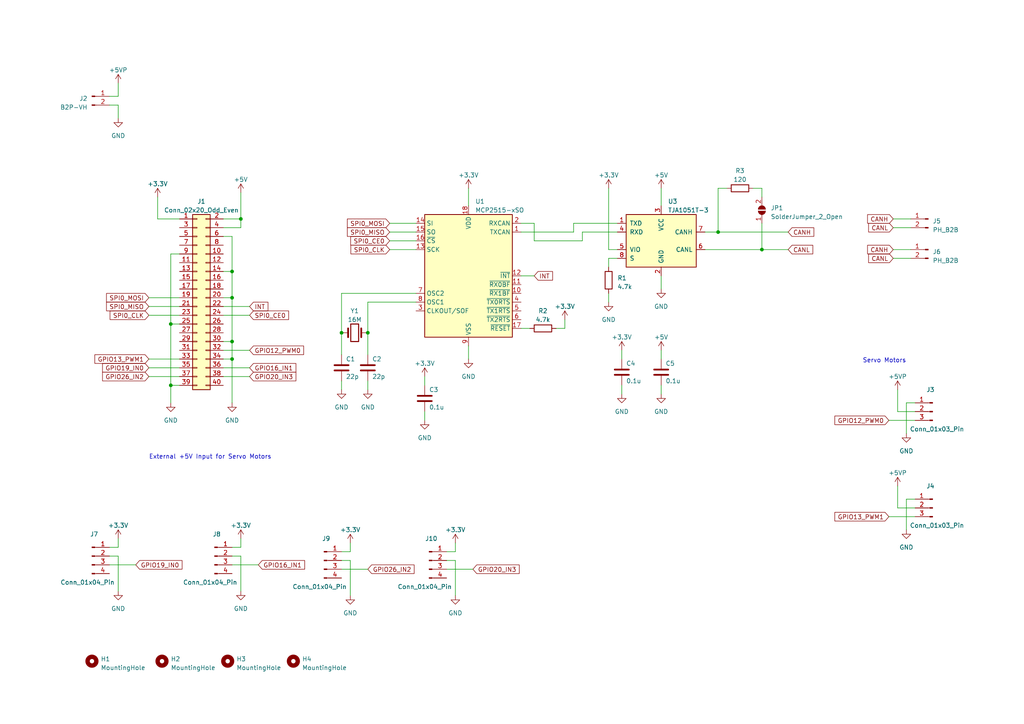
<source format=kicad_sch>
(kicad_sch (version 20230121) (generator eeschema)
  (paper "A4")
  (lib_symbols
    (symbol "Connector:Conn_01x02_Pin" (pin_names (offset 1.016) hide)
      (property "Reference" "J" (at 0 2.54 0))
      (property "Value" "Conn_01x02_Pin" (at 0 -5.08 0))
      (symbol "Conn_01x02_Pin_1_1"
        (polyline (pts (xy 1.27 -2.54) (xy 0.8636 -2.54)) (stroke (width 0.1524)))
        (polyline (pts (xy 1.27 0) (xy 0.8636 0)) (stroke (width 0.1524)))
        (rectangle (start 0.8636 -2.413) (end 0 -2.667) (stroke (width 0.1524)) (fill (type outline)))
        (rectangle (start 0.8636 0.127) (end 0 -0.127) (stroke (width 0.1524)) (fill (type outline)))
        (pin passive line (at 5.08 0 180) (length 3.81) (name "Pin_1") (number "1"))
        (pin passive line (at 5.08 -2.54 180) (length 3.81) (name "Pin_2") (number "2"))
      )
    )
    (symbol "Connector:Conn_01x03_Pin" (pin_names (offset 1.016) hide)
      (property "Reference" "J" (at 0 5.08 0))
      (property "Value" "Conn_01x03_Pin" (at 0 -5.08 0))
      (symbol "Conn_01x03_Pin_1_1"
        (polyline (pts (xy 1.27 -2.54) (xy 0.8636 -2.54)) (stroke (width 0.1524)))
        (polyline (pts (xy 1.27 0) (xy 0.8636 0)) (stroke (width 0.1524)))
        (polyline (pts (xy 1.27 2.54) (xy 0.8636 2.54)) (stroke (width 0.1524)))
        (rectangle (start 0.8636 -2.413) (end 0 -2.667) (stroke (width 0.1524)) (fill (type outline)))
        (rectangle (start 0.8636 0.127) (end 0 -0.127) (stroke (width 0.1524)) (fill (type outline)))
        (rectangle (start 0.8636 2.667) (end 0 2.413) (stroke (width 0.1524)) (fill (type outline)))
        (pin passive line (at 5.08 2.54 180) (length 3.81) (name "Pin_1") (number "1"))
        (pin passive line (at 5.08 0 180) (length 3.81) (name "Pin_2") (number "2"))
        (pin passive line (at 5.08 -2.54 180) (length 3.81) (name "Pin_3") (number "3"))
      )
    )
    (symbol "Connector:Conn_01x04_Pin" (pin_names (offset 1.016) hide)
      (property "Reference" "J" (at 0 5.08 0))
      (property "Value" "Conn_01x04_Pin" (at 0 -7.62 0))
      (symbol "Conn_01x04_Pin_1_1"
        (polyline (pts (xy 1.27 -5.08) (xy 0.8636 -5.08)) (stroke (width 0.1524)))
        (polyline (pts (xy 1.27 -2.54) (xy 0.8636 -2.54)) (stroke (width 0.1524)))
        (polyline (pts (xy 1.27 0) (xy 0.8636 0)) (stroke (width 0.1524)))
        (polyline (pts (xy 1.27 2.54) (xy 0.8636 2.54)) (stroke (width 0.1524)))
        (rectangle (start 0.8636 -4.953) (end 0 -5.207) (stroke (width 0.1524)) (fill (type outline)))
        (rectangle (start 0.8636 -2.413) (end 0 -2.667) (stroke (width 0.1524)) (fill (type outline)))
        (rectangle (start 0.8636 0.127) (end 0 -0.127) (stroke (width 0.1524)) (fill (type outline)))
        (rectangle (start 0.8636 2.667) (end 0 2.413) (stroke (width 0.1524)) (fill (type outline)))
        (pin passive line (at 5.08 2.54 180) (length 3.81) (name "Pin_1") (number "1"))
        (pin passive line (at 5.08 0 180) (length 3.81) (name "Pin_2") (number "2"))
        (pin passive line (at 5.08 -2.54 180) (length 3.81) (name "Pin_3") (number "3"))
        (pin passive line (at 5.08 -5.08 180) (length 3.81) (name "Pin_4") (number "4"))
      )
    )
    (symbol "Connector_Generic:Conn_02x20_Odd_Even" (pin_names (offset 1.016) hide)
      (property "Reference" "J" (at 1.27 25.4 0))
      (property "Value" "Conn_02x20_Odd_Even" (at 1.27 -27.94 0))
      (symbol "Conn_02x20_Odd_Even_1_1"
        (rectangle (start -1.27 -25.273) (end 0 -25.527) (stroke (width 0.1524)))
        (rectangle (start -1.27 -22.733) (end 0 -22.987) (stroke (width 0.1524)))
        (rectangle (start -1.27 -20.193) (end 0 -20.447) (stroke (width 0.1524)))
        (rectangle (start -1.27 -17.653) (end 0 -17.907) (stroke (width 0.1524)))
        (rectangle (start -1.27 -15.113) (end 0 -15.367) (stroke (width 0.1524)))
        (rectangle (start -1.27 -12.573) (end 0 -12.827) (stroke (width 0.1524)))
        (rectangle (start -1.27 -10.033) (end 0 -10.287) (stroke (width 0.1524)))
        (rectangle (start -1.27 -7.493) (end 0 -7.747) (stroke (width 0.1524)))
        (rectangle (start -1.27 -4.953) (end 0 -5.207) (stroke (width 0.1524)))
        (rectangle (start -1.27 -2.413) (end 0 -2.667) (stroke (width 0.1524)))
        (rectangle (start -1.27 0.127) (end 0 -0.127) (stroke (width 0.1524)))
        (rectangle (start -1.27 2.667) (end 0 2.413) (stroke (width 0.1524)))
        (rectangle (start -1.27 5.207) (end 0 4.953) (stroke (width 0.1524)))
        (rectangle (start -1.27 7.747) (end 0 7.493) (stroke (width 0.1524)))
        (rectangle (start -1.27 10.287) (end 0 10.033) (stroke (width 0.1524)))
        (rectangle (start -1.27 12.827) (end 0 12.573) (stroke (width 0.1524)))
        (rectangle (start -1.27 15.367) (end 0 15.113) (stroke (width 0.1524)))
        (rectangle (start -1.27 17.907) (end 0 17.653) (stroke (width 0.1524)))
        (rectangle (start -1.27 20.447) (end 0 20.193) (stroke (width 0.1524)))
        (rectangle (start -1.27 22.987) (end 0 22.733) (stroke (width 0.1524)))
        (rectangle (start -1.27 24.13) (end 3.81 -26.67) (stroke (width 0.254)) (fill (type background)))
        (rectangle (start 3.81 -25.273) (end 2.54 -25.527) (stroke (width 0.1524)))
        (rectangle (start 3.81 -22.733) (end 2.54 -22.987) (stroke (width 0.1524)))
        (rectangle (start 3.81 -20.193) (end 2.54 -20.447) (stroke (width 0.1524)))
        (rectangle (start 3.81 -17.653) (end 2.54 -17.907) (stroke (width 0.1524)))
        (rectangle (start 3.81 -15.113) (end 2.54 -15.367) (stroke (width 0.1524)))
        (rectangle (start 3.81 -12.573) (end 2.54 -12.827) (stroke (width 0.1524)))
        (rectangle (start 3.81 -10.033) (end 2.54 -10.287) (stroke (width 0.1524)))
        (rectangle (start 3.81 -7.493) (end 2.54 -7.747) (stroke (width 0.1524)))
        (rectangle (start 3.81 -4.953) (end 2.54 -5.207) (stroke (width 0.1524)))
        (rectangle (start 3.81 -2.413) (end 2.54 -2.667) (stroke (width 0.1524)))
        (rectangle (start 3.81 0.127) (end 2.54 -0.127) (stroke (width 0.1524)))
        (rectangle (start 3.81 2.667) (end 2.54 2.413) (stroke (width 0.1524)))
        (rectangle (start 3.81 5.207) (end 2.54 4.953) (stroke (width 0.1524)))
        (rectangle (start 3.81 7.747) (end 2.54 7.493) (stroke (width 0.1524)))
        (rectangle (start 3.81 10.287) (end 2.54 10.033) (stroke (width 0.1524)))
        (rectangle (start 3.81 12.827) (end 2.54 12.573) (stroke (width 0.1524)))
        (rectangle (start 3.81 15.367) (end 2.54 15.113) (stroke (width 0.1524)))
        (rectangle (start 3.81 17.907) (end 2.54 17.653) (stroke (width 0.1524)))
        (rectangle (start 3.81 20.447) (end 2.54 20.193) (stroke (width 0.1524)))
        (rectangle (start 3.81 22.987) (end 2.54 22.733) (stroke (width 0.1524)))
        (pin passive line (at -5.08 22.86 0) (length 3.81) (name "Pin_1") (number "1"))
        (pin passive line (at 7.62 12.7 180) (length 3.81) (name "Pin_10") (number "10"))
        (pin passive line (at -5.08 10.16 0) (length 3.81) (name "Pin_11") (number "11"))
        (pin passive line (at 7.62 10.16 180) (length 3.81) (name "Pin_12") (number "12"))
        (pin passive line (at -5.08 7.62 0) (length 3.81) (name "Pin_13") (number "13"))
        (pin passive line (at 7.62 7.62 180) (length 3.81) (name "Pin_14") (number "14"))
        (pin passive line (at -5.08 5.08 0) (length 3.81) (name "Pin_15") (number "15"))
        (pin passive line (at 7.62 5.08 180) (length 3.81) (name "Pin_16") (number "16"))
        (pin passive line (at -5.08 2.54 0) (length 3.81) (name "Pin_17") (number "17"))
        (pin passive line (at 7.62 2.54 180) (length 3.81) (name "Pin_18") (number "18"))
        (pin passive line (at -5.08 0 0) (length 3.81) (name "Pin_19") (number "19"))
        (pin passive line (at 7.62 22.86 180) (length 3.81) (name "Pin_2") (number "2"))
        (pin passive line (at 7.62 0 180) (length 3.81) (name "Pin_20") (number "20"))
        (pin passive line (at -5.08 -2.54 0) (length 3.81) (name "Pin_21") (number "21"))
        (pin passive line (at 7.62 -2.54 180) (length 3.81) (name "Pin_22") (number "22"))
        (pin passive line (at -5.08 -5.08 0) (length 3.81) (name "Pin_23") (number "23"))
        (pin passive line (at 7.62 -5.08 180) (length 3.81) (name "Pin_24") (number "24"))
        (pin passive line (at -5.08 -7.62 0) (length 3.81) (name "Pin_25") (number "25"))
        (pin passive line (at 7.62 -7.62 180) (length 3.81) (name "Pin_26") (number "26"))
        (pin passive line (at -5.08 -10.16 0) (length 3.81) (name "Pin_27") (number "27"))
        (pin passive line (at 7.62 -10.16 180) (length 3.81) (name "Pin_28") (number "28"))
        (pin passive line (at -5.08 -12.7 0) (length 3.81) (name "Pin_29") (number "29"))
        (pin passive line (at -5.08 20.32 0) (length 3.81) (name "Pin_3") (number "3"))
        (pin passive line (at 7.62 -12.7 180) (length 3.81) (name "Pin_30") (number "30"))
        (pin passive line (at -5.08 -15.24 0) (length 3.81) (name "Pin_31") (number "31"))
        (pin passive line (at 7.62 -15.24 180) (length 3.81) (name "Pin_32") (number "32"))
        (pin passive line (at -5.08 -17.78 0) (length 3.81) (name "Pin_33") (number "33"))
        (pin passive line (at 7.62 -17.78 180) (length 3.81) (name "Pin_34") (number "34"))
        (pin passive line (at -5.08 -20.32 0) (length 3.81) (name "Pin_35") (number "35"))
        (pin passive line (at 7.62 -20.32 180) (length 3.81) (name "Pin_36") (number "36"))
        (pin passive line (at -5.08 -22.86 0) (length 3.81) (name "Pin_37") (number "37"))
        (pin passive line (at 7.62 -22.86 180) (length 3.81) (name "Pin_38") (number "38"))
        (pin passive line (at -5.08 -25.4 0) (length 3.81) (name "Pin_39") (number "39"))
        (pin passive line (at 7.62 20.32 180) (length 3.81) (name "Pin_4") (number "4"))
        (pin passive line (at 7.62 -25.4 180) (length 3.81) (name "Pin_40") (number "40"))
        (pin passive line (at -5.08 17.78 0) (length 3.81) (name "Pin_5") (number "5"))
        (pin passive line (at 7.62 17.78 180) (length 3.81) (name "Pin_6") (number "6"))
        (pin passive line (at -5.08 15.24 0) (length 3.81) (name "Pin_7") (number "7"))
        (pin passive line (at 7.62 15.24 180) (length 3.81) (name "Pin_8") (number "8"))
        (pin passive line (at -5.08 12.7 0) (length 3.81) (name "Pin_9") (number "9"))
      )
    )
    (symbol "Device:C" (pin_numbers hide) (pin_names (offset 0.254))
      (property "Reference" "C" (at 0.635 2.54 0))
      (property "Value" "C" (at 0.635 -2.54 0))
      (symbol "C_0_1"
        (polyline (pts (xy -2.032 -0.762) (xy 2.032 -0.762)) (stroke (width 0.508)))
        (polyline (pts (xy -2.032 0.762) (xy 2.032 0.762)) (stroke (width 0.508)))
      )
      (symbol "C_1_1"
        (pin passive line (at 0 3.81 270) (length 2.794) (name "~") (number "1"))
        (pin passive line (at 0 -3.81 90) (length 2.794) (name "~") (number "2"))
      )
    )
    (symbol "Device:Crystal" (pin_numbers hide) (pin_names (offset 1.016) hide)
      (property "Reference" "Y" (at 0 3.81 0))
      (property "Value" "Crystal" (at 0 -3.81 0))
      (symbol "Crystal_0_1"
        (rectangle (start -1.143 2.54) (end 1.143 -2.54) (stroke (width 0.3048)))
        (polyline (pts (xy -2.54 0) (xy -1.905 0)))
        (polyline (pts (xy -1.905 -1.27) (xy -1.905 1.27)) (stroke (width 0.508)))
        (polyline (pts (xy 1.905 -1.27) (xy 1.905 1.27)) (stroke (width 0.508)))
        (polyline (pts (xy 2.54 0) (xy 1.905 0)))
      )
      (symbol "Crystal_1_1"
        (pin passive line (at -3.81 0 0) (length 1.27) (name "1") (number "1"))
        (pin passive line (at 3.81 0 180) (length 1.27) (name "2") (number "2"))
      )
    )
    (symbol "Device:R" (pin_numbers hide) (pin_names (offset 0))
      (property "Reference" "R" (at 2.032 0 90))
      (property "Value" "R" (at 0 0 90))
      (symbol "R_0_1"
        (rectangle (start -1.016 -2.54) (end 1.016 2.54) (stroke (width 0.254)))
      )
      (symbol "R_1_1"
        (pin passive line (at 0 3.81 270) (length 1.27) (name "~") (number "1"))
        (pin passive line (at 0 -3.81 90) (length 1.27) (name "~") (number "2"))
      )
    )
    (symbol "Interface_CAN_LIN:MCP2515-xSO"
      (property "Reference" "U" (at -10.16 19.685 0))
      (property "Value" "MCP2515-xSO" (at 19.05 20.32 0))
      (symbol "MCP2515-xSO_0_1"
        (rectangle (start -12.7 17.78) (end 12.7 -17.78) (stroke (width 0.254)) (fill (type background)))
      )
      (symbol "MCP2515-xSO_1_1"
        (pin output line (at 15.24 12.7 180) (length 2.54) (name "TXCAN") (number "1"))
        (pin output line (at 15.24 -5.08 180) (length 2.54) (name "~{RX1BF}") (number "10"))
        (pin output line (at 15.24 -2.54 180) (length 2.54) (name "~{RX0BF}") (number "11"))
        (pin output line (at 15.24 0 180) (length 2.54) (name "~{INT}") (number "12"))
        (pin input line (at -15.24 7.62 0) (length 2.54) (name "SCK") (number "13"))
        (pin input line (at -15.24 15.24 0) (length 2.54) (name "SI") (number "14"))
        (pin output line (at -15.24 12.7 0) (length 2.54) (name "SO") (number "15"))
        (pin input line (at -15.24 10.16 0) (length 2.54) (name "~{CS}") (number "16"))
        (pin input line (at 15.24 -15.24 180) (length 2.54) (name "~{RESET}") (number "17"))
        (pin power_in line (at 0 20.32 270) (length 2.54) (name "VDD") (number "18"))
        (pin input line (at 15.24 15.24 180) (length 2.54) (name "RXCAN") (number "2"))
        (pin output line (at -15.24 -10.16 0) (length 2.54) (name "CLKOUT/SOF") (number "3"))
        (pin input line (at 15.24 -7.62 180) (length 2.54) (name "~{TX0RTS}") (number "4"))
        (pin input line (at 15.24 -10.16 180) (length 2.54) (name "~{TX1RTS}") (number "5"))
        (pin input line (at 15.24 -12.7 180) (length 2.54) (name "~{TX2RTS}") (number "6"))
        (pin output line (at -15.24 -5.08 0) (length 2.54) (name "OSC2") (number "7"))
        (pin input line (at -15.24 -7.62 0) (length 2.54) (name "OSC1") (number "8"))
        (pin power_in line (at 0 -20.32 90) (length 2.54) (name "VSS") (number "9"))
      )
    )
    (symbol "Interface_CAN_LIN:TJA1051T-3" (pin_names (offset 1.016))
      (property "Reference" "U" (at -10.16 8.89 0))
      (property "Value" "TJA1051T-3" (at 1.27 8.89 0))
      (symbol "TJA1051T-3_0_1"
        (rectangle (start -10.16 7.62) (end 10.16 -7.62) (stroke (width 0.254)) (fill (type background)))
      )
      (symbol "TJA1051T-3_1_1"
        (pin input line (at -12.7 5.08 0) (length 2.54) (name "TXD") (number "1"))
        (pin power_in line (at 0 -10.16 90) (length 2.54) (name "GND") (number "2"))
        (pin power_in line (at 0 10.16 270) (length 2.54) (name "VCC") (number "3"))
        (pin output line (at -12.7 2.54 0) (length 2.54) (name "RXD") (number "4"))
        (pin power_in line (at -12.7 -2.54 0) (length 2.54) (name "VIO") (number "5"))
        (pin bidirectional line (at 12.7 -2.54 180) (length 2.54) (name "CANL") (number "6"))
        (pin bidirectional line (at 12.7 2.54 180) (length 2.54) (name "CANH") (number "7"))
        (pin input line (at -12.7 -5.08 0) (length 2.54) (name "S") (number "8"))
      )
    )
    (symbol "Jumper:SolderJumper_2_Open" (pin_names (offset 0) hide)
      (property "Reference" "JP" (at 0 2.032 0))
      (property "Value" "SolderJumper_2_Open" (at 0 -2.54 0))
      (symbol "SolderJumper_2_Open_0_1"
        (arc (start -0.254 1.016) (mid -1.2656 0) (end -0.254 -1.016))
        (arc (start -0.254 1.016) (mid -1.2656 0) (end -0.254 -1.016) (fill (type outline)))
        (polyline (pts (xy -0.254 1.016) (xy -0.254 -1.016)))
        (polyline (pts (xy 0.254 1.016) (xy 0.254 -1.016)))
        (arc (start 0.254 -1.016) (mid 1.2656 0) (end 0.254 1.016))
        (arc (start 0.254 -1.016) (mid 1.2656 0) (end 0.254 1.016) (fill (type outline)))
      )
      (symbol "SolderJumper_2_Open_1_1"
        (pin passive line (at -3.81 0 0) (length 2.54) (name "A") (number "1"))
        (pin passive line (at 3.81 0 180) (length 2.54) (name "B") (number "2"))
      )
    )
    (symbol "Mechanical:MountingHole" (pin_names (offset 1.016))
      (property "Reference" "H" (at 0 5.08 0))
      (property "Value" "MountingHole" (at 0 3.175 0))
      (symbol "MountingHole_0_1"
        (circle (center 0 0) (radius 1.27) (stroke (width 1.27)))
      )
    )
    (symbol "power:+3.3V" (power) (pin_names (offset 0))
      (property "Value" "+3.3V" (at 0 3.556 0))
      (symbol "+3.3V_0_1"
        (polyline (pts (xy -0.762 1.27) (xy 0 2.54)))
        (polyline (pts (xy 0 0) (xy 0 2.54)))
        (polyline (pts (xy 0 2.54) (xy 0.762 1.27)))
      )
      (symbol "+3.3V_1_1"
        (pin power_in line (at 0 0 90) (length 0) hide (name "+3.3V") (number "1"))
      )
    )
    (symbol "power:+5V" (power) (pin_names (offset 0))
      (property "Value" "+5V" (at 0 3.556 0))
      (symbol "+5V_0_1"
        (polyline (pts (xy -0.762 1.27) (xy 0 2.54)))
        (polyline (pts (xy 0 0) (xy 0 2.54)))
        (polyline (pts (xy 0 2.54) (xy 0.762 1.27)))
      )
      (symbol "+5V_1_1"
        (pin power_in line (at 0 0 90) (length 0) hide (name "+5V") (number "1"))
      )
    )
    (symbol "power:+5VP" (power) (pin_names (offset 0))
      (property "Value" "+5VP" (at 0 3.556 0))
      (symbol "+5VP_0_1"
        (polyline (pts (xy -0.762 1.27) (xy 0 2.54)))
        (polyline (pts (xy 0 0) (xy 0 2.54)))
        (polyline (pts (xy 0 2.54) (xy 0.762 1.27)))
      )
      (symbol "+5VP_1_1"
        (pin power_in line (at 0 0 90) (length 0) hide (name "+5VP") (number "1"))
      )
    )
    (symbol "power:GND" (power) (pin_names (offset 0))
      (property "Value" "GND" (at 0 -3.81 0))
      (symbol "GND_0_1"
        (polyline (pts (xy 0 0) (xy 0 -1.27) (xy 1.27 -1.27) (xy 0 -2.54) (xy -1.27 -1.27) (xy 0 -1.27)))
      )
      (symbol "GND_1_1"
        (pin power_in line (at 0 0 270) (length 0) hide (name "GND") (number "1"))
      )
    )
  )
  (junction (at 67.31 86.36))
  (junction (at 67.31 78.74))
  (junction (at 69.85 63.5))
  (junction (at 49.53 111.76))
  (junction (at 67.31 99.06))
  (junction (at 208.28 67.31))
  (junction (at 67.31 104.14))
  (junction (at 49.53 93.98))
  (junction (at 99.06 96.52))
  (junction (at 106.68 96.52))
  (junction (at 220.98 72.39))
  (wire (pts (xy 151.13 95.25) (xy 153.67 95.25)))
  (wire (pts (xy 208.28 67.31) (xy 204.47 67.31)))
  (wire (pts (xy 43.18 88.9) (xy 52.07 88.9)))
  (wire (pts (xy 123.19 109.22) (xy 123.19 111.76)))
  (wire (pts (xy 31.75 30.48) (xy 34.29 30.48)))
  (wire (pts (xy 163.83 92.71) (xy 163.83 95.25)))
  (wire (pts (xy 135.89 100.33) (xy 135.89 104.14)))
  (wire (pts (xy 191.77 54.61) (xy 191.77 59.69)))
  (wire (pts (xy 101.6 157.48) (xy 101.6 160.02)))
  (wire (pts (xy 265.43 116.84) (xy 262.89 116.84)))
  (wire (pts (xy 99.06 162.56) (xy 101.6 162.56)))
  (wire (pts (xy 106.68 110.49) (xy 106.68 113.03)))
  (wire (pts (xy 132.08 162.56) (xy 132.08 172.72)))
  (wire (pts (xy 106.68 87.63) (xy 120.65 87.63)))
  (wire (pts (xy 166.37 67.31) (xy 151.13 67.31)))
  (wire (pts (xy 191.77 111.76) (xy 191.77 114.3)))
  (wire (pts (xy 43.18 104.14) (xy 52.07 104.14)))
  (wire (pts (xy 179.07 64.77) (xy 166.37 64.77)))
  (wire (pts (xy 259.08 63.5) (xy 264.16 63.5)))
  (wire (pts (xy 67.31 104.14) (xy 67.31 116.84)))
  (wire (pts (xy 67.31 68.58) (xy 67.31 78.74)))
  (wire (pts (xy 259.08 66.04) (xy 264.16 66.04)))
  (wire (pts (xy 179.07 74.93) (xy 176.53 74.93)))
  (wire (pts (xy 64.77 68.58) (xy 67.31 68.58)))
  (wire (pts (xy 64.77 86.36) (xy 67.31 86.36)))
  (wire (pts (xy 208.28 54.61) (xy 208.28 67.31)))
  (wire (pts (xy 218.44 54.61) (xy 220.98 54.61)))
  (wire (pts (xy 67.31 86.36) (xy 67.31 99.06)))
  (wire (pts (xy 259.08 72.39) (xy 264.16 72.39)))
  (wire (pts (xy 34.29 30.48) (xy 34.29 34.29)))
  (wire (pts (xy 69.85 63.5) (xy 64.77 63.5)))
  (wire (pts (xy 135.89 54.61) (xy 135.89 59.69)))
  (wire (pts (xy 69.85 55.88) (xy 69.85 63.5)))
  (wire (pts (xy 176.53 74.93) (xy 176.53 77.47)))
  (wire (pts (xy 154.94 64.77) (xy 154.94 69.85)))
  (wire (pts (xy 99.06 96.52) (xy 99.06 102.87)))
  (wire (pts (xy 43.18 91.44) (xy 52.07 91.44)))
  (wire (pts (xy 31.75 27.94) (xy 34.29 27.94)))
  (wire (pts (xy 49.53 73.66) (xy 49.53 93.98)))
  (wire (pts (xy 64.77 106.68) (xy 72.39 106.68)))
  (wire (pts (xy 262.89 116.84) (xy 262.89 125.73)))
  (wire (pts (xy 31.75 161.29) (xy 34.29 161.29)))
  (wire (pts (xy 257.81 149.86) (xy 265.43 149.86)))
  (wire (pts (xy 191.77 80.01) (xy 191.77 83.82)))
  (wire (pts (xy 64.77 101.6) (xy 72.39 101.6)))
  (wire (pts (xy 34.29 158.75) (xy 31.75 158.75)))
  (wire (pts (xy 180.34 101.6) (xy 180.34 104.14)))
  (wire (pts (xy 34.29 24.13) (xy 34.29 27.94)))
  (wire (pts (xy 260.35 113.03) (xy 260.35 119.38)))
  (wire (pts (xy 259.08 74.93) (xy 264.16 74.93)))
  (wire (pts (xy 129.54 162.56) (xy 132.08 162.56)))
  (wire (pts (xy 168.91 69.85) (xy 168.91 67.31)))
  (wire (pts (xy 34.29 161.29) (xy 34.29 171.45)))
  (wire (pts (xy 257.81 121.92) (xy 265.43 121.92)))
  (wire (pts (xy 64.77 88.9) (xy 72.39 88.9)))
  (wire (pts (xy 69.85 158.75) (xy 67.31 158.75)))
  (wire (pts (xy 151.13 80.01) (xy 154.94 80.01)))
  (wire (pts (xy 176.53 85.09) (xy 176.53 87.63)))
  (wire (pts (xy 106.68 96.52) (xy 106.68 102.87)))
  (wire (pts (xy 99.06 165.1) (xy 106.68 165.1)))
  (wire (pts (xy 191.77 101.6) (xy 191.77 104.14)))
  (wire (pts (xy 262.89 144.78) (xy 262.89 153.67)))
  (wire (pts (xy 151.13 64.77) (xy 154.94 64.77)))
  (wire (pts (xy 49.53 93.98) (xy 52.07 93.98)))
  (wire (pts (xy 132.08 157.48) (xy 132.08 160.02)))
  (wire (pts (xy 154.94 69.85) (xy 168.91 69.85)))
  (wire (pts (xy 64.77 91.44) (xy 72.39 91.44)))
  (wire (pts (xy 132.08 160.02) (xy 129.54 160.02)))
  (wire (pts (xy 106.68 96.52) (xy 106.68 87.63)))
  (wire (pts (xy 99.06 85.09) (xy 99.06 96.52)))
  (wire (pts (xy 69.85 63.5) (xy 69.85 66.04)))
  (wire (pts (xy 265.43 144.78) (xy 262.89 144.78)))
  (wire (pts (xy 101.6 162.56) (xy 101.6 172.72)))
  (wire (pts (xy 34.29 156.21) (xy 34.29 158.75)))
  (wire (pts (xy 43.18 106.68) (xy 52.07 106.68)))
  (wire (pts (xy 123.19 119.38) (xy 123.19 121.92)))
  (wire (pts (xy 69.85 161.29) (xy 69.85 171.45)))
  (wire (pts (xy 129.54 165.1) (xy 137.16 165.1)))
  (wire (pts (xy 113.03 67.31) (xy 120.65 67.31)))
  (wire (pts (xy 64.77 109.22) (xy 72.39 109.22)))
  (wire (pts (xy 101.6 160.02) (xy 99.06 160.02)))
  (wire (pts (xy 176.53 54.61) (xy 176.53 72.39)))
  (wire (pts (xy 204.47 72.39) (xy 220.98 72.39)))
  (wire (pts (xy 64.77 104.14) (xy 67.31 104.14)))
  (wire (pts (xy 220.98 64.77) (xy 220.98 72.39)))
  (wire (pts (xy 67.31 161.29) (xy 69.85 161.29)))
  (wire (pts (xy 67.31 163.83) (xy 74.93 163.83)))
  (wire (pts (xy 265.43 147.32) (xy 260.35 147.32)))
  (wire (pts (xy 52.07 73.66) (xy 49.53 73.66)))
  (wire (pts (xy 163.83 95.25) (xy 161.29 95.25)))
  (wire (pts (xy 120.65 85.09) (xy 99.06 85.09)))
  (wire (pts (xy 43.18 86.36) (xy 52.07 86.36)))
  (wire (pts (xy 69.85 156.21) (xy 69.85 158.75)))
  (wire (pts (xy 49.53 111.76) (xy 52.07 111.76)))
  (wire (pts (xy 260.35 140.97) (xy 260.35 147.32)))
  (wire (pts (xy 180.34 111.76) (xy 180.34 114.3)))
  (wire (pts (xy 220.98 54.61) (xy 220.98 57.15)))
  (wire (pts (xy 210.82 54.61) (xy 208.28 54.61)))
  (wire (pts (xy 67.31 78.74) (xy 67.31 86.36)))
  (wire (pts (xy 168.91 67.31) (xy 179.07 67.31)))
  (wire (pts (xy 208.28 67.31) (xy 228.6 67.31)))
  (wire (pts (xy 99.06 110.49) (xy 99.06 113.03)))
  (wire (pts (xy 166.37 64.77) (xy 166.37 67.31)))
  (wire (pts (xy 265.43 119.38) (xy 260.35 119.38)))
  (wire (pts (xy 49.53 93.98) (xy 49.53 111.76)))
  (wire (pts (xy 43.18 109.22) (xy 52.07 109.22)))
  (wire (pts (xy 120.65 69.85) (xy 113.03 69.85)))
  (wire (pts (xy 220.98 72.39) (xy 228.6 72.39)))
  (wire (pts (xy 179.07 72.39) (xy 176.53 72.39)))
  (wire (pts (xy 67.31 99.06) (xy 67.31 104.14)))
  (wire (pts (xy 49.53 111.76) (xy 49.53 116.84)))
  (wire (pts (xy 113.03 64.77) (xy 120.65 64.77)))
  (wire (pts (xy 45.72 63.5) (xy 52.07 63.5)))
  (wire (pts (xy 64.77 78.74) (xy 67.31 78.74)))
  (wire (pts (xy 69.85 66.04) (xy 64.77 66.04)))
  (wire (pts (xy 64.77 99.06) (xy 67.31 99.06)))
  (wire (pts (xy 45.72 57.15) (xy 45.72 63.5)))
  (wire (pts (xy 31.75 163.83) (xy 39.37 163.83)))
  (wire (pts (xy 113.03 72.39) (xy 120.65 72.39)))
  (text "Servo Motors" (at 250.19 105.41 0) (effects (font (size 1.27 1.27)) (justify left bottom)))
  (text "External +5V Input for Servo Motors" (at 43.18 133.35 0) (effects (font (size 1.27 1.27)) (justify left bottom)))
  (global_label "GPIO20_IN3" (shape input) (at 72.39 109.22 0) (property "Intersheetrefs" "${INTERSHEET_REFS}" (effects hide)))
  (global_label "CANH" (shape input) (at 228.6 67.31 0) (property "Intersheetrefs" "${INTERSHEET_REFS}" (effects hide)))
  (global_label "GPIO26_IN2" (shape input) (at 43.18 109.22 180) (property "Intersheetrefs" "${INTERSHEET_REFS}" (effects hide)))
  (global_label "SPI0_MOSI" (shape input) (at 43.18 86.36 180) (property "Intersheetrefs" "${INTERSHEET_REFS}" (effects hide)))
  (global_label "CANH" (shape input) (at 259.08 72.39 180) (property "Intersheetrefs" "${INTERSHEET_REFS}" (effects hide)))
  (global_label "SPI0_CE0" (shape input) (at 113.03 69.85 180) (property "Intersheetrefs" "${INTERSHEET_REFS}" (effects hide)))
  (global_label "GPIO20_IN3" (shape input) (at 137.16 165.1 0) (property "Intersheetrefs" "${INTERSHEET_REFS}" (effects hide)))
  (global_label "SPI0_CE0" (shape input) (at 72.39 91.44 0) (property "Intersheetrefs" "${INTERSHEET_REFS}" (effects hide)))
  (global_label "GPIO12_PWM0" (shape input) (at 257.81 121.92 180) (property "Intersheetrefs" "${INTERSHEET_REFS}" (effects hide)))
  (global_label "CANH" (shape input) (at 259.08 63.5 180) (property "Intersheetrefs" "${INTERSHEET_REFS}" (effects hide)))
  (global_label "CANL" (shape input) (at 259.08 74.93 180) (property "Intersheetrefs" "${INTERSHEET_REFS}" (effects hide)))
  (global_label "GPIO13_PWM1" (shape input) (at 43.18 104.14 180) (property "Intersheetrefs" "${INTERSHEET_REFS}" (effects hide)))
  (global_label "SPI0_MOSI" (shape input) (at 113.03 64.77 180) (property "Intersheetrefs" "${INTERSHEET_REFS}" (effects hide)))
  (global_label "GPIO26_IN2" (shape input) (at 106.68 165.1 0) (property "Intersheetrefs" "${INTERSHEET_REFS}" (effects hide)))
  (global_label "GPIO13_PWM1" (shape input) (at 257.81 149.86 180) (property "Intersheetrefs" "${INTERSHEET_REFS}" (effects hide)))
  (global_label "GPIO19_IN0" (shape input) (at 39.37 163.83 0) (property "Intersheetrefs" "${INTERSHEET_REFS}" (effects hide)))
  (global_label "INT" (shape input) (at 154.94 80.01 0) (property "Intersheetrefs" "${INTERSHEET_REFS}" (effects hide)))
  (global_label "SPI0_CLK" (shape input) (at 113.03 72.39 180) (property "Intersheetrefs" "${INTERSHEET_REFS}" (effects hide)))
  (global_label "INT" (shape input) (at 72.39 88.9 0) (property "Intersheetrefs" "${INTERSHEET_REFS}" (effects hide)))
  (global_label "SPI0_CLK" (shape input) (at 43.18 91.44 180) (property "Intersheetrefs" "${INTERSHEET_REFS}" (effects hide)))
  (global_label "CANL" (shape input) (at 228.6 72.39 0) (property "Intersheetrefs" "${INTERSHEET_REFS}" (effects hide)))
  (global_label "SPI0_MISO" (shape input) (at 113.03 67.31 180) (property "Intersheetrefs" "${INTERSHEET_REFS}" (effects hide)))
  (global_label "SPI0_MISO" (shape input) (at 43.18 88.9 180) (property "Intersheetrefs" "${INTERSHEET_REFS}" (effects hide)))
  (global_label "CANL" (shape input) (at 259.08 66.04 180) (property "Intersheetrefs" "${INTERSHEET_REFS}" (effects hide)))
  (global_label "GPIO16_IN1" (shape input) (at 74.93 163.83 0) (property "Intersheetrefs" "${INTERSHEET_REFS}" (effects hide)))
  (global_label "GPIO12_PWM0" (shape input) (at 72.39 101.6 0) (property "Intersheetrefs" "${INTERSHEET_REFS}" (effects hide)))
  (global_label "GPIO16_IN1" (shape input) (at 72.39 106.68 0) (property "Intersheetrefs" "${INTERSHEET_REFS}" (effects hide)))
  (global_label "GPIO19_IN0" (shape input) (at 43.18 106.68 180) (property "Intersheetrefs" "${INTERSHEET_REFS}" (effects hide)))
  (symbol (lib_id "Mechanical:MountingHole") (at 46.99 191.77 0) (unit 1)
    (property "Reference" "H2" (at 49.53 191.135 0) (effects (justify left)))
    (property "Value" "MountingHole" (at 49.53 193.675 0) (effects (justify left)))
    (property "Footprint" "MountingHole:MountingHole_3.2mm_M3" (effects hide))
  )
  (symbol (lib_id "power:GND") (at 123.19 121.92 0) (unit 1)
    (property "Reference" "#PWR020" (effects hide))
    (property "Value" "GND" (at 123.19 127 0))
  )
  (symbol (lib_id "Connector:Conn_01x03_Pin") (at 270.51 147.32 0) (mirror y) (unit 1)
    (property "Reference" "J4" (at 269.875 140.97 0))
    (property "Value" "Conn_01x03_Pin" (at 271.78 152.4 0))
    (property "Footprint" "Connector_PinHeader_2.54mm:PinHeader_1x03_P2.54mm_Horizontal" (effects hide))
  )
  (symbol (lib_id "Jumper:SolderJumper_2_Open") (at 220.98 60.96 90) (unit 1)
    (property "Reference" "JP1" (at 223.52 60.325 90) (effects (justify right)))
    (property "Value" "SolderJumper_2_Open" (at 223.52 62.865 90) (effects (justify right)))
    (property "Footprint" "Jumper:SolderJumper-2_P1.3mm_Open_Pad1.0x1.5mm" (effects hide))
  )
  (symbol (lib_id "power:+3.3V") (at 123.19 109.22 0) (unit 1)
    (property "Reference" "#PWR021" (effects hide))
    (property "Value" "+3.3V" (at 123.19 105.41 0))
  )
  (symbol (lib_id "Connector:Conn_01x03_Pin") (at 270.51 119.38 0) (mirror y) (unit 1)
    (property "Reference" "J3" (at 269.875 113.03 0))
    (property "Value" "Conn_01x03_Pin" (at 271.78 124.46 0))
    (property "Footprint" "Connector_PinHeader_2.54mm:PinHeader_1x03_P2.54mm_Horizontal" (effects hide))
  )
  (symbol (lib_id "Connector:Conn_01x04_Pin") (at 26.67 161.29 0) (unit 1)
    (property "Reference" "J7" (at 27.305 154.94 0))
    (property "Value" "Conn_01x04_Pin" (at 25.4 168.91 0))
    (property "Footprint" "Connector_JST:JST_XH_B4B-XH-A_1x04_P2.50mm_Vertical" (effects hide))
  )
  (symbol (lib_id "Device:C") (at 191.77 107.95 0) (unit 1)
    (property "Reference" "C5" (at 193.04 105.41 0) (effects (justify left)))
    (property "Value" "0.1u" (at 193.04 110.49 0) (effects (justify left)))
    (property "Footprint" "Capacitor_SMD:C_0603_1608Metric_Pad1.08x0.95mm_HandSolder" (effects hide))
  )
  (symbol (lib_id "power:GND") (at 101.6 172.72 0) (unit 1)
    (property "Reference" "#PWR031" (effects hide))
    (property "Value" "GND" (at 101.6 177.8 0))
  )
  (symbol (lib_id "power:+5V") (at 191.77 54.61 0) (unit 1)
    (property "Reference" "#PWR06" (effects hide))
    (property "Value" "+5V" (at 191.77 50.8 0))
  )
  (symbol (lib_id "Connector:Conn_01x04_Pin") (at 93.98 162.56 0) (unit 1)
    (property "Reference" "J9" (at 94.615 156.21 0))
    (property "Value" "Conn_01x04_Pin" (at 92.71 170.18 0))
    (property "Footprint" "Connector_JST:JST_XH_B4B-XH-A_1x04_P2.50mm_Vertical" (effects hide))
  )
  (symbol (lib_id "Device:R") (at 176.53 81.28 0) (unit 1)
    (property "Reference" "R1" (at 179.07 80.645 0) (effects (justify left)))
    (property "Value" "4.7k" (at 179.07 83.185 0) (effects (justify left)))
    (property "Footprint" "Resistor_SMD:R_0603_1608Metric_Pad0.98x0.95mm_HandSolder" (effects hide))
  )
  (symbol (lib_id "power:+3.3V") (at 132.08 157.48 0) (unit 1)
    (property "Reference" "#PWR032" (effects hide))
    (property "Value" "+3.3V" (at 132.08 153.67 0))
  )
  (symbol (lib_id "Connector:Conn_01x04_Pin") (at 62.23 161.29 0) (unit 1)
    (property "Reference" "J8" (at 62.865 154.94 0))
    (property "Value" "Conn_01x04_Pin" (at 60.96 168.91 0))
    (property "Footprint" "Connector_JST:JST_XH_B4B-XH-A_1x04_P2.50mm_Vertical" (effects hide))
  )
  (symbol (lib_id "Device:R") (at 157.48 95.25 90) (unit 1)
    (property "Reference" "R2" (at 157.48 90.17 90))
    (property "Value" "4.7k" (at 157.48 92.71 90))
    (property "Footprint" "Resistor_SMD:R_0603_1608Metric_Pad0.98x0.95mm_HandSolder" (effects hide))
  )
  (symbol (lib_id "Interface_CAN_LIN:MCP2515-xSO") (at 135.89 80.01 0) (unit 1)
    (property "Reference" "U1" (at 137.8459 58.42 0) (effects (justify left)))
    (property "Value" "MCP2515-xSO" (at 137.8459 60.96 0) (effects (justify left)))
    (property "Footprint" "Package_SO:SOIC-18W_7.5x11.6mm_P1.27mm" (effects hide))
    (property "Datasheet" "http://ww1.microchip.com/downloads/en/DeviceDoc/21801e.pdf" (effects hide))
  )
  (symbol (lib_id "power:GND") (at 34.29 171.45 0) (unit 1)
    (property "Reference" "#PWR027" (effects hide))
    (property "Value" "GND" (at 34.29 176.53 0))
  )
  (symbol (lib_id "power:GND") (at 67.31 116.84 0) (unit 1)
    (property "Reference" "#PWR01" (effects hide))
    (property "Value" "GND" (at 67.31 121.92 0))
  )
  (symbol (lib_id "power:+3.3V") (at 69.85 156.21 0) (unit 1)
    (property "Reference" "#PWR028" (effects hide))
    (property "Value" "+3.3V" (at 69.85 152.4 0))
  )
  (symbol (lib_id "power:GND") (at 49.53 116.84 0) (unit 1)
    (property "Reference" "#PWR02" (effects hide))
    (property "Value" "GND" (at 49.53 121.92 0))
  )
  (symbol (lib_id "power:GND") (at 176.53 87.63 0) (unit 1)
    (property "Reference" "#PWR013" (effects hide))
    (property "Value" "GND" (at 176.53 92.71 0))
  )
  (symbol (lib_id "power:GND") (at 180.34 114.3 0) (unit 1)
    (property "Reference" "#PWR023" (effects hide))
    (property "Value" "GND" (at 180.34 119.38 0))
  )
  (symbol (lib_id "power:+5VP") (at 34.29 24.13 0) (mirror y) (unit 1)
    (property "Reference" "#PWR012" (effects hide))
    (property "Value" "+5VP" (at 34.29 20.32 0))
  )
  (symbol (lib_id "Mechanical:MountingHole") (at 26.67 191.77 0) (unit 1)
    (property "Reference" "H1" (at 29.21 191.135 0) (effects (justify left)))
    (property "Value" "MountingHole" (at 29.21 193.675 0) (effects (justify left)))
    (property "Footprint" "MountingHole:MountingHole_3.2mm_M3" (effects hide))
  )
  (symbol (lib_id "power:GND") (at 262.89 125.73 0) (unit 1)
    (property "Reference" "#PWR018" (effects hide))
    (property "Value" "GND" (at 262.89 130.81 0))
  )
  (symbol (lib_id "power:+5V") (at 69.85 55.88 0) (unit 1)
    (property "Reference" "#PWR03" (effects hide))
    (property "Value" "+5V" (at 69.85 52.07 0))
  )
  (symbol (lib_id "Device:C") (at 106.68 106.68 0) (unit 1)
    (property "Reference" "C2" (at 107.95 104.14 0) (effects (justify left)))
    (property "Value" "22p" (at 107.95 109.22 0) (effects (justify left)))
    (property "Footprint" "Capacitor_SMD:C_0603_1608Metric_Pad1.08x0.95mm_HandSolder" (effects hide))
  )
  (symbol (lib_id "power:GND") (at 69.85 171.45 0) (unit 1)
    (property "Reference" "#PWR029" (effects hide))
    (property "Value" "GND" (at 69.85 176.53 0))
  )
  (symbol (lib_id "Device:Crystal") (at 102.87 96.52 0) (unit 1)
    (property "Reference" "Y1" (at 102.87 90.17 0))
    (property "Value" "16M" (at 102.87 92.71 0))
    (property "Footprint" "Crystal:Crystal_HC49-U_Vertical" (effects hide))
  )
  (symbol (lib_id "Connector:Conn_01x02_Pin") (at 269.24 72.39 0) (mirror y) (unit 1)
    (property "Reference" "J6" (at 270.51 73.025 0) (effects (justify right)))
    (property "Value" "PH_B2B" (at 270.51 75.565 0) (effects (justify right)))
    (property "Footprint" "Connector_JST:JST_PH_B2B-PH-K_1x02_P2.00mm_Vertical" (effects hide))
  )
  (symbol (lib_id "power:GND") (at 132.08 172.72 0) (unit 1)
    (property "Reference" "#PWR033" (effects hide))
    (property "Value" "GND" (at 132.08 177.8 0))
  )
  (symbol (lib_id "Interface_CAN_LIN:TJA1051T-3") (at 191.77 69.85 0) (unit 1)
    (property "Reference" "U3" (at 193.7259 58.42 0) (effects (justify left)))
    (property "Value" "TJA1051T-3" (at 193.7259 60.96 0) (effects (justify left)))
    (property "Footprint" "Package_SO:SOIC-8_3.9x4.9mm_P1.27mm" (effects hide))
    (property "Datasheet" "http://www.nxp.com/documents/data_sheet/TJA1051.pdf" (effects hide))
  )
  (symbol (lib_id "Connector:Conn_01x04_Pin") (at 124.46 162.56 0) (unit 1)
    (property "Reference" "J10" (at 125.095 156.21 0))
    (property "Value" "Conn_01x04_Pin" (at 123.19 170.18 0))
    (property "Footprint" "Connector_JST:JST_XH_B4B-XH-A_1x04_P2.50mm_Vertical" (effects hide))
  )
  (symbol (lib_id "power:GND") (at 135.89 104.14 0) (unit 1)
    (property "Reference" "#PWR07" (effects hide))
    (property "Value" "GND" (at 135.89 109.22 0))
  )
  (symbol (lib_id "power:+3.3V") (at 45.72 57.15 0) (unit 1)
    (property "Reference" "#PWR04" (effects hide))
    (property "Value" "+3.3V" (at 45.72 53.34 0))
  )
  (symbol (lib_id "power:GND") (at 191.77 114.3 0) (unit 1)
    (property "Reference" "#PWR025" (effects hide))
    (property "Value" "GND" (at 191.77 119.38 0))
  )
  (symbol (lib_id "Mechanical:MountingHole") (at 66.04 191.77 0) (unit 1)
    (property "Reference" "H3" (at 68.58 191.135 0) (effects (justify left)))
    (property "Value" "MountingHole" (at 68.58 193.675 0) (effects (justify left)))
    (property "Footprint" "MountingHole:MountingHole_3.2mm_M3" (effects hide))
  )
  (symbol (lib_id "power:GND") (at 106.68 113.03 0) (unit 1)
    (property "Reference" "#PWR09" (effects hide))
    (property "Value" "GND" (at 106.68 118.11 0))
  )
  (symbol (lib_id "power:GND") (at 34.29 34.29 0) (mirror y) (unit 1)
    (property "Reference" "#PWR011" (effects hide))
    (property "Value" "GND" (at 34.29 39.37 0))
  )
  (symbol (lib_id "power:+5VP") (at 260.35 140.97 0) (unit 1)
    (property "Reference" "#PWR017" (effects hide))
    (property "Value" "+5VP" (at 260.35 137.16 0))
  )
  (symbol (lib_id "Connector_Generic:Conn_02x20_Odd_Even") (at 57.15 86.36 0) (unit 1)
    (property "Reference" "J1" (at 58.42 58.42 0))
    (property "Value" "Conn_02x20_Odd_Even" (at 58.42 60.96 0))
    (property "Footprint" "Connector_PinHeader_2.54mm:PinHeader_2x20_P2.54mm_Vertical" (effects hide))
  )
  (symbol (lib_id "Connector:Conn_01x02_Pin") (at 26.67 27.94 0) (unit 1)
    (property "Reference" "J2" (at 25.4 28.575 0) (effects (justify right)))
    (property "Value" "B2P-VH" (at 25.4 31.115 0) (effects (justify right)))
    (property "Footprint" "Connector_JST:JST_VH_B2P-VH-B_1x02_P3.96mm_Vertical" (effects hide))
  )
  (symbol (lib_id "Device:R") (at 214.63 54.61 90) (unit 1)
    (property "Reference" "R3" (at 214.63 49.53 90))
    (property "Value" "120" (at 214.63 52.07 90))
    (property "Footprint" "Resistor_SMD:R_0603_1608Metric_Pad0.98x0.95mm_HandSolder" (effects hide))
  )
  (symbol (lib_id "power:+3.3V") (at 135.89 54.61 0) (unit 1)
    (property "Reference" "#PWR05" (effects hide))
    (property "Value" "+3.3V" (at 135.89 50.8 0))
  )
  (symbol (lib_id "power:+3.3V") (at 101.6 157.48 0) (unit 1)
    (property "Reference" "#PWR030" (effects hide))
    (property "Value" "+3.3V" (at 101.6 153.67 0))
  )
  (symbol (lib_id "Mechanical:MountingHole") (at 85.09 191.77 0) (unit 1)
    (property "Reference" "H4" (at 87.63 191.135 0) (effects (justify left)))
    (property "Value" "MountingHole" (at 87.63 193.675 0) (effects (justify left)))
    (property "Footprint" "MountingHole:MountingHole_3.2mm_M3" (effects hide))
  )
  (symbol (lib_id "Device:C") (at 99.06 106.68 0) (unit 1)
    (property "Reference" "C1" (at 100.33 104.14 0) (effects (justify left)))
    (property "Value" "22p" (at 100.33 109.22 0) (effects (justify left)))
    (property "Footprint" "Capacitor_SMD:C_0603_1608Metric_Pad1.08x0.95mm_HandSolder" (effects hide))
  )
  (symbol (lib_id "power:+5VP") (at 260.35 113.03 0) (unit 1)
    (property "Reference" "#PWR016" (effects hide))
    (property "Value" "+5VP" (at 260.35 109.22 0))
  )
  (symbol (lib_id "power:+3.3V") (at 180.34 101.6 0) (unit 1)
    (property "Reference" "#PWR022" (effects hide))
    (property "Value" "+3.3V" (at 180.34 97.79 0))
  )
  (symbol (lib_id "power:+3.3V") (at 34.29 156.21 0) (unit 1)
    (property "Reference" "#PWR026" (effects hide))
    (property "Value" "+3.3V" (at 34.29 152.4 0))
  )
  (symbol (lib_id "power:GND") (at 191.77 83.82 0) (unit 1)
    (property "Reference" "#PWR08" (effects hide))
    (property "Value" "GND" (at 191.77 88.9 0))
  )
  (symbol (lib_id "power:+5V") (at 191.77 101.6 0) (unit 1)
    (property "Reference" "#PWR024" (effects hide))
    (property "Value" "+5V" (at 191.77 97.79 0))
  )
  (symbol (lib_id "Device:C") (at 180.34 107.95 0) (unit 1)
    (property "Reference" "C4" (at 181.61 105.41 0) (effects (justify left)))
    (property "Value" "0.1u" (at 181.61 110.49 0) (effects (justify left)))
    (property "Footprint" "Capacitor_SMD:C_0603_1608Metric_Pad1.08x0.95mm_HandSolder" (effects hide))
  )
  (symbol (lib_id "power:+3.3V") (at 176.53 54.61 0) (unit 1)
    (property "Reference" "#PWR014" (effects hide))
    (property "Value" "+3.3V" (at 176.53 50.8 0))
  )
  (symbol (lib_id "Connector:Conn_01x02_Pin") (at 269.24 63.5 0) (mirror y) (unit 1)
    (property "Reference" "J5" (at 270.51 64.135 0) (effects (justify right)))
    (property "Value" "PH_B2B" (at 270.51 66.675 0) (effects (justify right)))
    (property "Footprint" "Connector_JST:JST_PH_B2B-PH-K_1x02_P2.00mm_Vertical" (effects hide))
  )
  (symbol (lib_id "power:GND") (at 262.89 153.67 0) (unit 1)
    (property "Reference" "#PWR019" (effects hide))
    (property "Value" "GND" (at 262.89 158.75 0))
  )
  (symbol (lib_id "Device:C") (at 123.19 115.57 0) (unit 1)
    (property "Reference" "C3" (at 124.46 113.03 0) (effects (justify left)))
    (property "Value" "0.1u" (at 124.46 118.11 0) (effects (justify left)))
    (property "Footprint" "Capacitor_SMD:C_0603_1608Metric_Pad1.08x0.95mm_HandSolder" (effects hide))
  )
  (symbol (lib_id "power:GND") (at 99.06 113.03 0) (unit 1)
    (property "Reference" "#PWR010" (effects hide))
    (property "Value" "GND" (at 99.06 118.11 0))
  )
  (symbol (lib_id "power:+3.3V") (at 163.83 92.71 0) (unit 1)
    (property "Reference" "#PWR015" (effects hide))
    (property "Value" "+3.3V" (at 163.83 88.9 0))
  )
)
</source>
